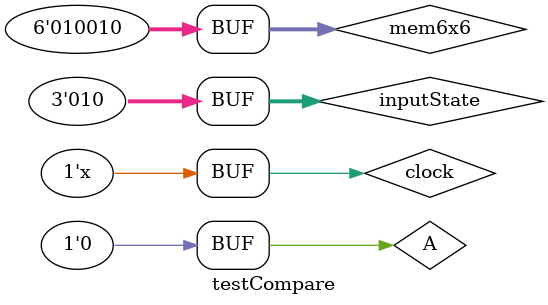
<source format=sv>
`timescale 1ns/1ns
/* ECPE 174 - Adv. Digital Design 
	Memory Card Game
	Author : Joseph Grant
*/

/*
  Randomize some inputs, groovify dependent upon some outputs!
*/

module testCompare();
	logic clock = 1'b0;
	logic A=0;
	logic [2:0] inputState=2;
	logic[5:0] mem6x6=0;
	logic [4:0] data1,data2;
	logic GO;
	integer pairsFound;
	
	compareCards compMod(.clock(clock),.A(A),.inputState(inputState),.mem6x6(mem6x6),.GO(GO),.pairsFound(pairsFound),.data1(data1),.data2(data2));
	always #50 clock=~clock;
	
	task pushButton1();
		#100 A=1;
		mem6x6=$urandom_range(1,36);
		#100 A=0;
	endtask 
	
	task pushButton2();
		#100 A=1;
		mem6x6=$urandom_range(0,36);
		#100 A=0;
	endtask 
	
	initial 
	begin
		$monitor("Pair %d found at time: %t",pairsFound,$time);
		//Targeted Test set data in to 01111
		#100 A=1;
		mem6x6=0;
		#100 A=0;
		// set 2nd card to 01111 at mem6x6=19
		#100 A=1;
		mem6x6=18;
		#100 A=0;
		
		#100 A=1;
		mem6x6=18;
		#100 A=0;
		/*
		inputState=0;
		//Targeted Test set data in to 01111
		#100 A=1;
		mem6x6=0;
		#100 A=0;
		// set 2nd card to 01111 at mem6x6=19
		#100 A=1;
		mem6x6=18;
		#100 A=0;
		inputState=2;
		//test for choosing same memory spots
		#100 A=1;
		mem6x6=5;
		#100 A=0;
		
		#100 A=1;
		mem6x6=5;
		#100 A=0;
		
		//undirected test
		repeat(500)
		begin
			pushButton1();
			pushButton2();
		end
		*/
	end
endmodule 

</source>
